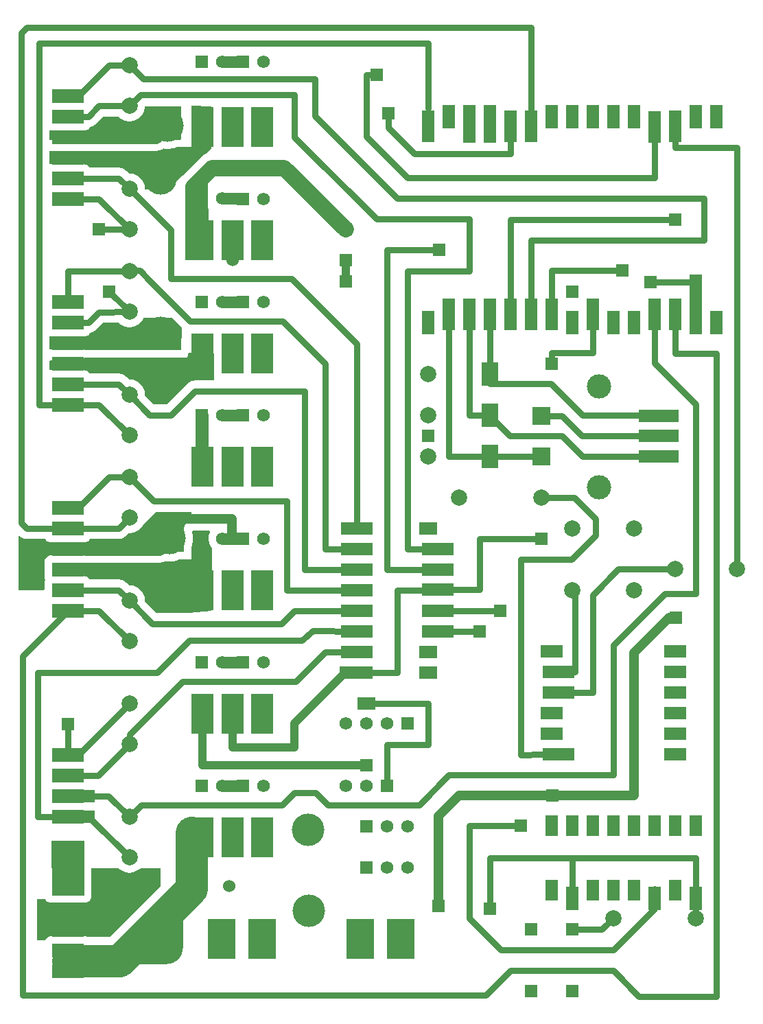
<source format=gtl>
G04 Layer: TopLayer*
G04 EasyEDA v6.5.22, 2022-11-10 15:31:46*
G04 b7be4e29126e4417a89479274d17f270,4d866ca34c7e4626bfa8f39187415ab3,10*
G04 Gerber Generator version 0.2*
G04 Scale: 100 percent, Rotated: No, Reflected: No *
G04 Dimensions in millimeters *
G04 leading zeros omitted , absolute positions ,4 integer and 5 decimal *
%FSLAX45Y45*%
%MOMM*%

%ADD10C,1.6000*%
%ADD11C,0.8000*%
%ADD12C,1.2000*%
%ADD13C,1.0000*%
%ADD14C,1.4000*%
%ADD15C,4.0000*%
%ADD16C,1.5000*%
%ADD17C,2.0000*%
%ADD18R,1.6000X3.0000*%
%ADD19R,4.0000X1.6000*%
%ADD20R,2.0000X3.0000*%
%ADD21R,1.6000X4.0000*%
%ADD22R,1.6000X2.5000*%
%ADD23R,2.2000X2.2000*%
%ADD24R,5.0000X1.5000*%
%ADD25C,3.0000*%
%ADD26R,1.5750X1.5750*%
%ADD27C,1.5750*%
%ADD28R,4.0000X1.7000*%
%ADD29R,1.6000X1.6000*%
%ADD30R,2.7000X5.0000*%
%ADD31R,2.8000X1.6000*%
%ADD32R,3.5000X5.0000*%
%ADD33R,2.2000X1.6000*%
%ADD34R,1.2000X1.6000*%
%ADD35R,1.2000X1.2000*%
%ADD36R,1.2000X1.4000*%
%ADD37C,1.5240*%
%ADD38R,1.5240X1.5240*%
%ADD39R,1.5000X1.5000*%
%ADD40R,0.0197X1.5000*%

%LPD*%
G36*
X-5168900Y3769004D02*
G01*
X-5172811Y3769766D01*
X-5176113Y3772001D01*
X-5178298Y3775252D01*
X-5179110Y3779164D01*
X-5179110Y3877157D01*
X-5178094Y3881526D01*
X-5175300Y3885082D01*
X-5171287Y3887063D01*
X-5165750Y3886860D01*
X-5152644Y3885946D01*
X-4753356Y3885946D01*
X-4740249Y3886860D01*
X-4727803Y3889552D01*
X-4715814Y3894023D01*
X-4704638Y3900170D01*
X-4694377Y3907790D01*
X-4685385Y3916832D01*
X-4677714Y3927043D01*
X-4676495Y3929278D01*
X-4673904Y3932377D01*
X-4670298Y3934206D01*
X-4658106Y3937558D01*
X-4654854Y3938676D01*
X-4644136Y3943146D01*
X-4640986Y3944670D01*
X-4627930Y3952138D01*
X-4618532Y3958945D01*
X-4615840Y3961129D01*
X-4607255Y3969004D01*
X-4517796Y4058513D01*
X-4514494Y4060698D01*
X-4510582Y4061510D01*
X-4333697Y4061510D01*
X-4329938Y4060799D01*
X-4326788Y4058767D01*
X-4312818Y4045813D01*
X-4297730Y4034434D01*
X-4281627Y4024579D01*
X-4264609Y4016349D01*
X-4246880Y4009898D01*
X-4228541Y4005224D01*
X-4209846Y4002430D01*
X-4191000Y4001465D01*
X-4172153Y4002430D01*
X-4153458Y4005224D01*
X-4135120Y4009898D01*
X-4117390Y4016349D01*
X-4100372Y4024579D01*
X-4084269Y4034434D01*
X-4069181Y4045813D01*
X-4055364Y4058665D01*
X-4042867Y4072839D01*
X-4031792Y4088180D01*
X-4022394Y4104538D01*
X-4014622Y4121759D01*
X-4008577Y4139641D01*
X-4004360Y4158081D01*
X-4002024Y4176826D01*
X-4001160Y4181348D01*
X-3998976Y4184548D01*
X-3995674Y4186682D01*
X-3991864Y4187444D01*
X-3566160Y4187444D01*
X-3562248Y4186682D01*
X-3558997Y4184446D01*
X-3556762Y4181144D01*
X-3556000Y4177284D01*
X-3556000Y3781958D01*
X-3556762Y3778097D01*
X-3558946Y3774795D01*
X-3562248Y3772560D01*
X-3566160Y3771798D01*
G37*

%LPD*%
G36*
X-3416757Y3730853D02*
G01*
X-3421227Y3730955D01*
X-3425240Y3732936D01*
X-3427984Y3736441D01*
X-3429000Y3740810D01*
X-3429000Y4180687D01*
X-3428187Y4184599D01*
X-3425951Y4187901D01*
X-3422599Y4190136D01*
X-3418687Y4190847D01*
X-3191459Y4187647D01*
X-3187446Y4186783D01*
X-3184144Y4184396D01*
X-3182010Y4180840D01*
X-3181502Y4176776D01*
X-3182620Y4172813D01*
X-3409797Y3736136D01*
X-3412693Y3732733D01*
G37*

%LPD*%
G36*
X-3991406Y3162300D02*
G01*
X-3995115Y3163011D01*
X-3998315Y3164992D01*
X-4000550Y3168040D01*
X-4001515Y3171698D01*
X-4002989Y3191459D01*
X-4006240Y3210052D01*
X-4011371Y3228238D01*
X-4018279Y3245815D01*
X-4026915Y3262629D01*
X-4037126Y3278479D01*
X-4048912Y3293262D01*
X-4062120Y3306775D01*
X-4076598Y3318916D01*
X-4092194Y3329584D01*
X-4108805Y3338626D01*
X-4126179Y3345942D01*
X-4144264Y3351529D01*
X-4162755Y3355238D01*
X-4181551Y3357118D01*
X-4192879Y3357118D01*
X-4196791Y3357930D01*
X-4200042Y3360115D01*
X-4229811Y3389884D01*
X-4238396Y3397758D01*
X-4241088Y3399942D01*
X-4250486Y3406749D01*
X-4263542Y3414217D01*
X-4266692Y3415741D01*
X-4277410Y3420211D01*
X-4280662Y3421329D01*
X-4291838Y3424478D01*
X-4295190Y3425240D01*
X-4306671Y3427069D01*
X-4310126Y3427425D01*
X-4321759Y3427933D01*
X-4669739Y3427933D01*
X-4672838Y3428441D01*
X-4675632Y3429812D01*
X-4677867Y3432048D01*
X-4685385Y3442055D01*
X-4694377Y3451047D01*
X-4704638Y3458718D01*
X-4715814Y3464814D01*
X-4727803Y3469284D01*
X-4740249Y3472027D01*
X-4753356Y3472942D01*
X-5152644Y3472942D01*
X-5165750Y3472027D01*
X-5171287Y3471824D01*
X-5175300Y3473805D01*
X-5178094Y3477310D01*
X-5179110Y3481730D01*
X-5179110Y3623157D01*
X-5178094Y3627577D01*
X-5175300Y3631082D01*
X-5171287Y3633063D01*
X-5165750Y3632860D01*
X-5152644Y3631946D01*
X-4753356Y3631946D01*
X-4740249Y3632860D01*
X-4727803Y3635603D01*
X-4725873Y3636314D01*
X-4722317Y3636924D01*
X-3864508Y3636924D01*
X-3855465Y3637178D01*
X-3846626Y3637889D01*
X-3837838Y3639007D01*
X-3829100Y3640632D01*
X-3820464Y3642715D01*
X-3811981Y3645255D01*
X-3803599Y3648201D01*
X-3795420Y3651605D01*
X-3787394Y3655415D01*
X-3779672Y3659632D01*
X-3774795Y3662679D01*
X-3771290Y3664102D01*
X-3767531Y3664102D01*
X-3762298Y3663137D01*
X-3738778Y3660698D01*
X-3715207Y3660241D01*
X-3691636Y3661664D01*
X-3668217Y3665067D01*
X-3645204Y3670300D01*
X-3622700Y3677412D01*
X-3612794Y3681476D01*
X-3608984Y3682237D01*
X-3187750Y3682949D01*
X-3183788Y3682187D01*
X-3180486Y3679901D01*
X-3178302Y3676548D01*
X-3177540Y3672636D01*
X-3178403Y3668725D01*
X-3180689Y3665423D01*
X-3248863Y3600450D01*
X-3251555Y3598621D01*
X-3264306Y3592576D01*
X-3280257Y3583025D01*
X-3295192Y3571951D01*
X-3309162Y3559251D01*
X-3537407Y3331006D01*
X-3550107Y3317036D01*
X-3560368Y3303422D01*
X-3705453Y3165094D01*
X-3708704Y3163011D01*
X-3712464Y3162300D01*
G37*

%LPD*%
G36*
X-3564636Y1181963D02*
G01*
X-4722774Y1182116D01*
X-4740249Y1186027D01*
X-4753356Y1186942D01*
X-5152644Y1186942D01*
X-5165750Y1186027D01*
X-5171287Y1185824D01*
X-5175300Y1187805D01*
X-5178094Y1191310D01*
X-5179110Y1195730D01*
X-5179110Y1337157D01*
X-5178094Y1341577D01*
X-5175300Y1345082D01*
X-5171287Y1347063D01*
X-5165750Y1346860D01*
X-5152644Y1345946D01*
X-4753356Y1345946D01*
X-4740249Y1346860D01*
X-4727803Y1349603D01*
X-4715814Y1354023D01*
X-4704638Y1360170D01*
X-4694377Y1367790D01*
X-4685385Y1376832D01*
X-4677714Y1387043D01*
X-4676495Y1389278D01*
X-4673904Y1392377D01*
X-4670298Y1394206D01*
X-4658106Y1397558D01*
X-4654854Y1398676D01*
X-4644136Y1403146D01*
X-4640986Y1404670D01*
X-4627930Y1412138D01*
X-4618532Y1418945D01*
X-4615840Y1421130D01*
X-4607255Y1429004D01*
X-4520793Y1515516D01*
X-4517542Y1517700D01*
X-4513681Y1518462D01*
X-4332325Y1520139D01*
X-4328566Y1519478D01*
X-4325315Y1517446D01*
X-4312818Y1505813D01*
X-4297730Y1494434D01*
X-4281627Y1484579D01*
X-4264609Y1476400D01*
X-4246880Y1469898D01*
X-4228541Y1465275D01*
X-4209846Y1462430D01*
X-4191000Y1461516D01*
X-4172153Y1462430D01*
X-4153458Y1465275D01*
X-4135120Y1469898D01*
X-4117390Y1476400D01*
X-4100372Y1484579D01*
X-4084269Y1494434D01*
X-4069181Y1505813D01*
X-4055364Y1518666D01*
X-4042867Y1532839D01*
X-4031792Y1548180D01*
X-4022394Y1564538D01*
X-4018838Y1572361D01*
X-4016603Y1575562D01*
X-4013301Y1577644D01*
X-4009491Y1578356D01*
X-3671620Y1575765D01*
X-3667760Y1575003D01*
X-3664508Y1572818D01*
X-3549904Y1458163D01*
X-3547618Y1454759D01*
X-3546906Y1450695D01*
X-3554476Y1191818D01*
X-3555339Y1188059D01*
X-3557524Y1184859D01*
X-3560826Y1182725D01*
G37*

%LPD*%
G36*
X-3882694Y506933D02*
G01*
X-3886606Y507746D01*
X-3889908Y509930D01*
X-3998772Y618794D01*
X-4001008Y622198D01*
X-4001719Y626211D01*
X-4001566Y632612D01*
X-4002989Y651459D01*
X-4006240Y670052D01*
X-4011371Y688238D01*
X-4018279Y705815D01*
X-4026915Y722630D01*
X-4037126Y738479D01*
X-4048912Y753262D01*
X-4062120Y766775D01*
X-4076598Y778916D01*
X-4092194Y789584D01*
X-4108805Y798626D01*
X-4126179Y805942D01*
X-4144264Y811530D01*
X-4162755Y815289D01*
X-4181551Y817168D01*
X-4192879Y817168D01*
X-4196791Y817930D01*
X-4200093Y820115D01*
X-4229811Y849884D01*
X-4238396Y857758D01*
X-4241088Y859942D01*
X-4250486Y866749D01*
X-4263542Y874217D01*
X-4266692Y875741D01*
X-4277410Y880211D01*
X-4280662Y881329D01*
X-4291838Y884478D01*
X-4295190Y885240D01*
X-4306671Y887069D01*
X-4310126Y887425D01*
X-4321759Y887933D01*
X-4669739Y887933D01*
X-4672838Y888441D01*
X-4675632Y889812D01*
X-4677867Y892048D01*
X-4685385Y902055D01*
X-4694377Y911047D01*
X-4704638Y918718D01*
X-4715814Y924814D01*
X-4727803Y929284D01*
X-4740249Y932027D01*
X-4753356Y932942D01*
X-5152644Y932942D01*
X-5165750Y932027D01*
X-5171287Y931824D01*
X-5175300Y933805D01*
X-5178094Y937310D01*
X-5179110Y941730D01*
X-5179110Y1039774D01*
X-5178298Y1043635D01*
X-5176113Y1046937D01*
X-5172811Y1049172D01*
X-5168950Y1049934D01*
X-3556304Y1049934D01*
X-3543452Y1050798D01*
X-3531006Y1053490D01*
X-3519017Y1057910D01*
X-3507790Y1064006D01*
X-3499205Y1070254D01*
X-3489960Y1079042D01*
X-3488486Y1080668D01*
X-3480815Y1090879D01*
X-3475583Y1100074D01*
X-3470808Y1111910D01*
X-3467760Y1124356D01*
X-3466846Y1133195D01*
X-3465829Y1136802D01*
X-3463594Y1139799D01*
X-3460445Y1141780D01*
X-3456736Y1142441D01*
X-3159760Y1143000D01*
X-3155899Y1142187D01*
X-3152597Y1140002D01*
X-3150362Y1136700D01*
X-3149600Y1132840D01*
X-3149600Y812749D01*
X-3150362Y808888D01*
X-3152546Y805586D01*
X-3155848Y803402D01*
X-3159760Y802589D01*
X-3387140Y802589D01*
X-3398774Y802081D01*
X-3402228Y801725D01*
X-3413658Y799896D01*
X-3417062Y799134D01*
X-3428237Y795985D01*
X-3431489Y794867D01*
X-3442208Y790397D01*
X-3445357Y788873D01*
X-3455466Y783234D01*
X-3458362Y781405D01*
X-3467760Y774598D01*
X-3470452Y772414D01*
X-3479088Y764540D01*
X-3733647Y509930D01*
X-3736949Y507746D01*
X-3740810Y506984D01*
G37*

%LPD*%
G36*
X-5551932Y-1781556D02*
G01*
X-5555792Y-1780793D01*
X-5559094Y-1778558D01*
X-5561330Y-1775307D01*
X-5562092Y-1771396D01*
X-5562092Y-1125474D01*
X-5561380Y-1121765D01*
X-5559298Y-1118514D01*
X-5556199Y-1116279D01*
X-5552490Y-1115364D01*
X-5548731Y-1115872D01*
X-5545378Y-1117701D01*
X-5541365Y-1121105D01*
X-5532018Y-1127861D01*
X-5529122Y-1129690D01*
X-5519013Y-1135329D01*
X-5515864Y-1136853D01*
X-5505145Y-1141323D01*
X-5501894Y-1142441D01*
X-5490718Y-1145590D01*
X-5487314Y-1146352D01*
X-5475884Y-1148181D01*
X-5472430Y-1148537D01*
X-5460796Y-1149045D01*
X-5236260Y-1149045D01*
X-5233162Y-1149553D01*
X-5230368Y-1150924D01*
X-5228132Y-1153160D01*
X-5220614Y-1163167D01*
X-5211572Y-1172159D01*
X-5201361Y-1179830D01*
X-5190185Y-1185976D01*
X-5178196Y-1190396D01*
X-5165750Y-1193139D01*
X-5152644Y-1194054D01*
X-4753356Y-1194054D01*
X-4740249Y-1193139D01*
X-4727803Y-1190396D01*
X-4715814Y-1185976D01*
X-4704638Y-1179830D01*
X-4694377Y-1172159D01*
X-4685385Y-1163167D01*
X-4677867Y-1153160D01*
X-4675632Y-1150924D01*
X-4672838Y-1149553D01*
X-4669739Y-1149045D01*
X-4321759Y-1149045D01*
X-4310126Y-1148537D01*
X-4306671Y-1148181D01*
X-4295190Y-1146352D01*
X-4291838Y-1145590D01*
X-4280662Y-1142441D01*
X-4277410Y-1141323D01*
X-4266692Y-1136853D01*
X-4263542Y-1135329D01*
X-4250486Y-1127861D01*
X-4241088Y-1121054D01*
X-4238396Y-1118870D01*
X-4229811Y-1110996D01*
X-4200245Y-1081379D01*
X-4196689Y-1079093D01*
X-4192524Y-1078433D01*
X-4172153Y-1077569D01*
X-4153458Y-1074724D01*
X-4135120Y-1070102D01*
X-4117390Y-1063599D01*
X-4100372Y-1055420D01*
X-4084269Y-1045565D01*
X-4069181Y-1034186D01*
X-4055364Y-1021334D01*
X-4042867Y-1007160D01*
X-4031792Y-991819D01*
X-4026408Y-982471D01*
X-4024833Y-980389D01*
X-3862730Y-818286D01*
X-3859428Y-816102D01*
X-3855516Y-815289D01*
X-3439160Y-815289D01*
X-3435248Y-816102D01*
X-3431997Y-818286D01*
X-3429762Y-821588D01*
X-3429000Y-825449D01*
X-3429000Y-920597D01*
X-3429711Y-924356D01*
X-3431743Y-927557D01*
X-3434791Y-929792D01*
X-3438448Y-930757D01*
X-3441750Y-930960D01*
X-3454196Y-933703D01*
X-3466185Y-938174D01*
X-3477361Y-944270D01*
X-3487572Y-951941D01*
X-3496614Y-960932D01*
X-3504285Y-971194D01*
X-3510381Y-982370D01*
X-3514851Y-994359D01*
X-3517595Y-1006805D01*
X-3518509Y-1019911D01*
X-3518509Y-1300886D01*
X-3519271Y-1304798D01*
X-3521506Y-1308049D01*
X-3524758Y-1310284D01*
X-3528669Y-1311046D01*
X-5079644Y-1311046D01*
X-5092750Y-1311960D01*
X-5105196Y-1314704D01*
X-5117185Y-1319174D01*
X-5128361Y-1325270D01*
X-5138572Y-1332941D01*
X-5147614Y-1341932D01*
X-5153304Y-1349603D01*
X-5156606Y-1352397D01*
X-5160721Y-1353616D01*
X-5165750Y-1353972D01*
X-5178196Y-1356715D01*
X-5190185Y-1361135D01*
X-5201361Y-1367282D01*
X-5211572Y-1374952D01*
X-5220614Y-1383944D01*
X-5228285Y-1394155D01*
X-5234381Y-1405382D01*
X-5238851Y-1417370D01*
X-5241544Y-1429816D01*
X-5242509Y-1442923D01*
X-5242509Y-1612188D01*
X-5241544Y-1625295D01*
X-5238851Y-1637741D01*
X-5234127Y-1650390D01*
X-5233517Y-1655165D01*
X-5234127Y-1658721D01*
X-5238851Y-1671370D01*
X-5241544Y-1683816D01*
X-5242509Y-1696923D01*
X-5242509Y-1771396D01*
X-5243271Y-1775307D01*
X-5245455Y-1778558D01*
X-5248757Y-1780793D01*
X-5252669Y-1781556D01*
G37*

%LPD*%
G36*
X-3848150Y-2067610D02*
G01*
X-3852062Y-2066798D01*
X-3855364Y-2064613D01*
X-3998722Y-1921205D01*
X-4001008Y-1917801D01*
X-4001719Y-1913788D01*
X-4001566Y-1907387D01*
X-4002989Y-1888540D01*
X-4006240Y-1869948D01*
X-4011371Y-1851761D01*
X-4018279Y-1834184D01*
X-4026865Y-1817370D01*
X-4037126Y-1801520D01*
X-4048912Y-1786737D01*
X-4062120Y-1773224D01*
X-4076598Y-1761083D01*
X-4092194Y-1750415D01*
X-4108754Y-1741373D01*
X-4126179Y-1734057D01*
X-4144213Y-1728470D01*
X-4162755Y-1724710D01*
X-4181551Y-1722831D01*
X-4192879Y-1722831D01*
X-4196791Y-1722069D01*
X-4200093Y-1719884D01*
X-4229811Y-1690116D01*
X-4238396Y-1682242D01*
X-4241088Y-1680057D01*
X-4250486Y-1673250D01*
X-4263542Y-1665782D01*
X-4266692Y-1664258D01*
X-4277410Y-1659788D01*
X-4280662Y-1658670D01*
X-4291838Y-1655521D01*
X-4295190Y-1654759D01*
X-4306671Y-1652930D01*
X-4310126Y-1652574D01*
X-4321759Y-1652066D01*
X-4669739Y-1652066D01*
X-4672838Y-1651558D01*
X-4675632Y-1650187D01*
X-4677867Y-1647952D01*
X-4685385Y-1637944D01*
X-4694377Y-1628952D01*
X-4704638Y-1621282D01*
X-4715814Y-1615135D01*
X-4727803Y-1610715D01*
X-4740249Y-1607972D01*
X-4753356Y-1607058D01*
X-5069840Y-1607058D01*
X-5073700Y-1606296D01*
X-5077002Y-1604060D01*
X-5079238Y-1600758D01*
X-5080000Y-1596898D01*
X-5080000Y-1458214D01*
X-5079238Y-1454353D01*
X-5077002Y-1451051D01*
X-5073700Y-1448816D01*
X-5069840Y-1448054D01*
X-4753356Y-1448054D01*
X-4740249Y-1447139D01*
X-4727803Y-1444396D01*
X-4725873Y-1443685D01*
X-4722317Y-1443075D01*
X-3826408Y-1443075D01*
X-3817365Y-1442821D01*
X-3808526Y-1442110D01*
X-3799738Y-1440992D01*
X-3791000Y-1439367D01*
X-3782364Y-1437284D01*
X-3773881Y-1434744D01*
X-3765550Y-1431798D01*
X-3755948Y-1427734D01*
X-3753104Y-1426972D01*
X-3750106Y-1427073D01*
X-3736898Y-1429562D01*
X-3713378Y-1431950D01*
X-3689756Y-1432458D01*
X-3666185Y-1430985D01*
X-3642817Y-1427632D01*
X-3619804Y-1422400D01*
X-3597300Y-1415237D01*
X-3575405Y-1406347D01*
X-3566210Y-1401673D01*
X-3563975Y-1400810D01*
X-3561587Y-1400556D01*
X-3430015Y-1400556D01*
X-3429000Y-1399540D01*
X-3429000Y-1257300D01*
X-3428339Y-1253642D01*
X-3421481Y-1235811D01*
X-3414826Y-1213154D01*
X-3410051Y-1190040D01*
X-3407156Y-1166571D01*
X-3406190Y-1143000D01*
X-3407156Y-1119378D01*
X-3410051Y-1095959D01*
X-3414826Y-1072845D01*
X-3417315Y-1064209D01*
X-3417722Y-1060500D01*
X-3416706Y-1056894D01*
X-3414471Y-1053896D01*
X-3411270Y-1051915D01*
X-3407613Y-1051204D01*
X-3204464Y-1051204D01*
X-3200400Y-1052068D01*
X-3196996Y-1054506D01*
X-3194862Y-1058113D01*
X-3194354Y-1062278D01*
X-3195624Y-1066292D01*
X-3199282Y-1072997D01*
X-3206292Y-1089456D01*
X-3211423Y-1106627D01*
X-3214776Y-1124204D01*
X-3216198Y-1142085D01*
X-3215690Y-1159967D01*
X-3213354Y-1177747D01*
X-3209086Y-1195120D01*
X-3202990Y-1211986D01*
X-3195167Y-1228090D01*
X-3185668Y-1243279D01*
X-3177184Y-1254099D01*
X-3175558Y-1257046D01*
X-3175000Y-1260348D01*
X-3175000Y-2026462D01*
X-3175660Y-2030069D01*
X-3177590Y-2033219D01*
X-3180486Y-2035505D01*
X-3184042Y-2036572D01*
X-3463899Y-2067610D01*
G37*

%LPD*%
G36*
X-5323840Y-6099556D02*
G01*
X-5327700Y-6098794D01*
X-5331002Y-6096558D01*
X-5333238Y-6093256D01*
X-5334000Y-6089396D01*
X-5334000Y-5601716D01*
X-5333238Y-5597804D01*
X-5331002Y-5594502D01*
X-5327700Y-5592318D01*
X-5323840Y-5591556D01*
X-5237784Y-5591556D01*
X-5234228Y-5592165D01*
X-5231130Y-5594045D01*
X-5220614Y-5608167D01*
X-5211572Y-5617159D01*
X-5201361Y-5624830D01*
X-5190185Y-5630926D01*
X-5178196Y-5635396D01*
X-5165750Y-5638139D01*
X-5152644Y-5639054D01*
X-5143195Y-5639409D01*
X-4750155Y-5639409D01*
X-4737049Y-5638444D01*
X-4724603Y-5635752D01*
X-4712614Y-5631281D01*
X-4701387Y-5625185D01*
X-4691176Y-5617514D01*
X-4682185Y-5608472D01*
X-4674514Y-5598261D01*
X-4668367Y-5587085D01*
X-4663948Y-5575096D01*
X-4661204Y-5562600D01*
X-4660290Y-5549544D01*
X-4660290Y-5220716D01*
X-4659528Y-5216804D01*
X-4657293Y-5213502D01*
X-4653991Y-5211318D01*
X-4650130Y-5210556D01*
X-4332325Y-5210556D01*
X-4328363Y-5211368D01*
X-4325061Y-5213604D01*
X-4319879Y-5218887D01*
X-4305401Y-5231028D01*
X-4289806Y-5241696D01*
X-4273194Y-5250738D01*
X-4255820Y-5258054D01*
X-4237736Y-5263642D01*
X-4219244Y-5267350D01*
X-4200448Y-5269230D01*
X-4181551Y-5269230D01*
X-4162755Y-5267350D01*
X-4144264Y-5263642D01*
X-4126179Y-5258054D01*
X-4108805Y-5250738D01*
X-4092194Y-5241696D01*
X-4076598Y-5231028D01*
X-4062120Y-5218887D01*
X-4056938Y-5213604D01*
X-4053636Y-5211368D01*
X-4049674Y-5210556D01*
X-3820160Y-5210556D01*
X-3816248Y-5211318D01*
X-3812997Y-5213502D01*
X-3810762Y-5216804D01*
X-3810000Y-5220716D01*
X-3810000Y-5431891D01*
X-3810762Y-5435803D01*
X-3812997Y-5439105D01*
X-4434941Y-6061049D01*
X-4438243Y-6063284D01*
X-4442155Y-6064046D01*
X-4706112Y-6064046D01*
X-4708601Y-6063742D01*
X-4710988Y-6062776D01*
X-4715814Y-6060135D01*
X-4727803Y-6055664D01*
X-4740249Y-6052972D01*
X-4753356Y-6052058D01*
X-5152644Y-6052058D01*
X-5165750Y-6052972D01*
X-5178196Y-6055664D01*
X-5190185Y-6060135D01*
X-5201361Y-6066282D01*
X-5211572Y-6073902D01*
X-5220614Y-6082944D01*
X-5231130Y-6097066D01*
X-5234228Y-6098895D01*
X-5237784Y-6099556D01*
G37*

%LPD*%
G36*
X-3525113Y-5848350D02*
G01*
X-3790035Y-5850128D01*
X-3728313Y-5911850D01*
X-3728313Y-6216650D01*
X-3525113Y-6191250D01*
G37*
G36*
X-4025900Y-6070600D02*
G01*
X-4222750Y-6267450D01*
X-4089400Y-6400800D01*
X-3733800Y-6400800D01*
G37*
G36*
X-3505200Y2552700D02*
G01*
X-3505200Y2286000D01*
X-3378200Y2286000D01*
X-3289300Y2536444D01*
X-3488944Y2536444D01*
G37*
G36*
X-5156200Y-4876800D02*
G01*
X-5143500Y-5549900D01*
X-4749800Y-5549900D01*
X-4749800Y-4876800D01*
G37*
D10*
X-3809994Y1393444D02*
G01*
X-3936994Y1266444D01*
X-4734328Y1266444D01*
X-3302000Y377444D02*
G01*
X-3302000Y-257555D01*
X-3289300Y-257555D01*
D11*
X997341Y-4064000D02*
G01*
X1778000Y-4064000D01*
X1778000Y-2463800D01*
X2413000Y-1828800D01*
X2794000Y-1828800D01*
X2794000Y508000D01*
X2286000Y1016000D01*
X2286000Y1520444D01*
D12*
X1024105Y-4317992D02*
G01*
X-127002Y-4317992D01*
X-381000Y-4571989D01*
X-381000Y-5676889D01*
D11*
X2286000Y-5464553D02*
G01*
X2286000Y-5715000D01*
X1778000Y-6223000D01*
X393712Y-6223000D01*
X0Y-5829287D01*
X0Y-4686300D01*
X635000Y-4686300D01*
X1270000Y-5083553D02*
G01*
X254000Y-5083553D01*
X254000Y-5715000D01*
X2540000Y-1524000D02*
G01*
X1841500Y-1524000D01*
X1524000Y-1841500D01*
X1524000Y-3048000D01*
X1016000Y-3048000D01*
X1016000Y-2794000D02*
G01*
X1308100Y-2794000D01*
X1308100Y-1819655D01*
X1270000Y-1781555D01*
X899998Y-3809992D02*
G01*
X635000Y-3813555D01*
X635000Y-1400555D01*
X1266444Y-1400555D01*
X1562100Y-1104900D01*
X1562100Y-901700D01*
X1298955Y-638555D01*
X889000Y-638555D01*
D12*
X-2931160Y-1146555D02*
G01*
X-2931160Y-901700D01*
X-3848100Y-901700D01*
X-3975100Y-1028700D01*
D11*
X-4191000Y-388112D02*
G01*
X-4187444Y-388112D01*
X-3889755Y-685800D01*
X-2247900Y-685800D01*
X-2247900Y-1781555D01*
X-1388871Y-1781555D01*
X-4699000Y-4575555D02*
G01*
X-5321300Y-4575555D01*
X-5321300Y-2797555D01*
X-3848100Y-2797555D01*
X-3450844Y-2400300D01*
X-2060447Y-2400300D01*
X-1930394Y-2285994D01*
X-1389126Y-2289555D01*
X-4953000Y504444D02*
G01*
X-5308600Y504444D01*
X-5308600Y4965700D01*
X-508000Y4965700D01*
X-508000Y4162044D01*
X-4953000Y-1019555D02*
G01*
X-5461000Y-1019555D01*
X-5524500Y-956055D01*
X-5524500Y5089144D01*
X-5457444Y5156200D01*
X762000Y5156200D01*
X762000Y4060444D01*
X-4191000Y4691887D02*
G01*
X-4020312Y4521200D01*
X-1905000Y4521200D01*
X-1905000Y4445000D01*
X-4191000Y3167887D02*
G01*
X-3683000Y2659887D01*
X-3683000Y2057400D01*
X-2187955Y2057400D01*
X-1389126Y1258570D01*
X-1389126Y-1019555D01*
X-4191000Y627887D02*
G01*
X-3940555Y377444D01*
X-3683000Y377444D01*
X-3387344Y673100D01*
X-2032000Y673100D01*
X-2032000Y-1527555D01*
X-1389126Y-1527555D01*
X-4191000Y-3683000D02*
G01*
X-4191000Y-3559555D01*
X-3539744Y-2908300D01*
X-2142744Y-2908300D01*
X-1778000Y-2543555D01*
X-1388871Y-2543555D01*
D13*
X-1388871Y-2797555D02*
G01*
X-1392681Y-2794000D01*
X-1524000Y-2794000D01*
X-2159000Y-3429000D01*
X-2159000Y-3721100D01*
X-2921000Y-3721100D01*
X-2921000Y-3305555D01*
X-1523994Y2028441D02*
G01*
X-1523997Y2285994D01*
D11*
X-4191000Y-1912112D02*
G01*
X-3906012Y-2197100D01*
X-2320544Y-2197100D01*
X-2159000Y-2035555D01*
X-1389126Y-2035555D01*
X-1016000Y-4194555D02*
G01*
X-1016000Y-3686555D01*
X-508000Y-3686555D01*
X-508000Y-3178555D01*
X-1270000Y-3178555D01*
X2339086Y-130555D02*
G01*
X1397000Y-130555D01*
X1143000Y123444D01*
X498855Y123444D01*
X244855Y377444D01*
X0Y377444D01*
X0Y1647444D01*
X254000Y1520444D02*
G01*
X254000Y762000D01*
X1012444Y762000D01*
X1397000Y377444D01*
X2339086Y377444D01*
D14*
X-3047974Y4737100D02*
G01*
X-2794000Y4737100D01*
X-3048000Y3048000D02*
G01*
X-2797553Y3048000D01*
X-2793994Y3044441D01*
X-3047994Y377441D02*
G01*
X-2793994Y377441D01*
X-3047994Y-1146558D02*
G01*
X-2793994Y-1146558D01*
X-3047994Y-4194558D02*
G01*
X-2793994Y-4194558D01*
D11*
X1778000Y-5829300D02*
G01*
X1638330Y-5968969D01*
X1269987Y-5968969D01*
X2286000Y4060444D02*
G01*
X2286000Y3302000D01*
X-762000Y3302000D01*
X-1270000Y3810000D01*
X-1270000Y4572000D01*
X-1143000Y4572000D01*
X508000Y4060444D02*
G01*
X508000Y3599942D01*
X-678942Y3599942D01*
X-999997Y3920997D01*
X-999997Y4100068D01*
D10*
X-3809994Y3298444D02*
G01*
X-4063994Y3552444D01*
X-4734173Y3552598D01*
X-3809994Y-1781555D02*
G01*
X-4063994Y-1527555D01*
X-4734328Y-1527555D01*
X-3695700Y-1143000D02*
G01*
X-3826253Y-1273553D01*
X-4734328Y-1273553D01*
X-3289294Y1139492D02*
G01*
X-3416343Y1012444D01*
X-4734476Y1012598D01*
X-3809994Y758444D02*
G01*
X-4063994Y1012444D01*
X-3416343Y1012444D01*
X-3289294Y1139492D01*
X-4952994Y3806446D02*
G01*
X-3864353Y3806446D01*
X-3721100Y3949700D01*
D11*
X-4190994Y2666997D02*
G01*
X-4571994Y2666997D01*
X1015982Y1621947D02*
G01*
X1015982Y2159000D01*
X1892300Y2159000D01*
X507982Y1621944D02*
G01*
X507982Y2790436D01*
X2539987Y2790436D01*
X-368300Y2413000D02*
G01*
X-1016005Y2413000D01*
X-1016005Y-1527553D01*
X-508005Y-1527553D01*
X-4952994Y4314444D02*
G01*
X-4825987Y4314444D01*
X-4444994Y4695431D01*
X-4194535Y4695431D01*
X-4190994Y4691890D01*
X380994Y-2035555D02*
G01*
X-388993Y-2035555D01*
X-388993Y-2289555D02*
G01*
X126994Y-2289550D01*
X-4952994Y-4575555D02*
G01*
X-4695441Y-4575555D01*
X-4190994Y-5080002D01*
X-4952994Y-4321555D02*
G01*
X-4448545Y-4321555D01*
X-4190994Y-4579109D01*
X-4952994Y-3813555D02*
G01*
X-4822441Y-3813555D01*
X-4190994Y-3182109D01*
X-4952994Y-2035555D02*
G01*
X-4568441Y-2035555D01*
X-4190994Y-2413002D01*
X-4952994Y-1781555D02*
G01*
X-4321545Y-1781555D01*
X-4190994Y-1912109D01*
X-4952994Y-1019555D02*
G01*
X-4321545Y-1019555D01*
X-4190994Y-889002D01*
X-4952994Y-765555D02*
G01*
X-4825994Y-765555D01*
X-4444994Y-384555D01*
X-4194545Y-384555D01*
X-4190994Y-388109D01*
X-4952994Y758444D02*
G01*
X-4321545Y758444D01*
X-4190994Y627890D01*
X-4952994Y504444D02*
G01*
X-4568441Y504444D01*
X-4190994Y126997D01*
X-4952994Y3298444D02*
G01*
X-4321545Y3298444D01*
X-4190994Y3167890D01*
X-4190994Y1650997D02*
G01*
X-4441441Y1901444D01*
X-4444994Y1901444D01*
X-4952994Y-4575555D02*
G01*
X-4698994Y-4575555D01*
X-4952994Y1774444D02*
G01*
X-4952994Y2155436D01*
X-4444994Y2155436D01*
X-4194545Y2155436D01*
X-4190994Y2151890D01*
X-1388993Y-2797555D02*
G01*
X-889005Y-2797555D01*
X-889005Y-1781555D01*
X-491995Y-1781555D01*
X-4952994Y1520444D02*
G01*
X-4698994Y1520444D01*
X-4571994Y1647444D01*
X-4190994Y1650997D01*
D15*
X-4190994Y-6226533D02*
G01*
X-4318012Y-6353550D01*
X-4952994Y-6353550D01*
D11*
X-4952994Y3044444D02*
G01*
X-4568441Y3044444D01*
X-4190994Y2666997D01*
X-4952994Y4060444D02*
G01*
X-4698994Y4060444D01*
X-4568441Y4190997D01*
X-4190994Y4190997D01*
X-4952994Y-4067555D02*
G01*
X-4575545Y-4067555D01*
X-4190994Y-3683002D01*
X-4952994Y-3813555D02*
G01*
X-4952994Y-3432550D01*
X1524000Y1520444D02*
G01*
X1524000Y1143000D01*
X1016000Y1143000D01*
X1016000Y1012444D01*
X-508000Y-1273555D02*
G01*
X-762000Y-1273555D01*
X-762000Y2155444D01*
X0Y2155444D01*
X0Y2794000D01*
X-1143000Y2794000D01*
X-2155444Y3806444D01*
X-2155444Y4330700D01*
X-4051300Y4330700D01*
X-4191000Y4191000D01*
D16*
X-25Y4060342D02*
G01*
X0Y4060317D01*
X0Y3810000D01*
X254000Y4060317D02*
G01*
X254000Y3810000D01*
D11*
X-1905000Y4445000D02*
G01*
X-1905000Y4064000D01*
X-889000Y3048000D01*
X2895600Y3048000D01*
X2895600Y2536444D01*
X762000Y2536444D01*
X762000Y1622044D01*
X-4191000Y-4579112D02*
G01*
X-4044187Y-4432300D01*
X-2311400Y-4432300D01*
X-2159000Y-4279900D01*
X-1892300Y-4279900D01*
X-1739900Y-4432300D01*
X-618744Y-4432300D01*
X-250444Y-4064000D01*
X997341Y-4064000D01*
D15*
X-3428992Y-4775189D02*
G01*
X-3428994Y-5464533D01*
X-4190994Y-6226533D01*
D11*
X-1389126Y-1273555D02*
G01*
X-1778000Y-1273555D01*
X-1778000Y1012444D01*
X-2302255Y1536700D01*
X-3445255Y1536700D01*
X-3937000Y2028444D01*
X-4063992Y2158994D01*
X-4187444Y2155444D01*
X-4191000Y2151887D01*
X2794000Y-5829300D02*
G01*
X2794000Y-5083555D01*
X1270000Y-5083555D01*
X1270000Y-5480557D01*
D10*
X-3289292Y2552694D02*
G01*
X-3301992Y2565394D01*
X-3305700Y3294379D01*
D17*
X-3302000Y2536444D02*
G01*
X-3403600Y2536444D01*
X-3403600Y3196844D01*
X-3175000Y3425444D01*
X-2282444Y3425444D01*
X-1524000Y2667000D01*
D11*
X2540000Y4060444D02*
G01*
X2540000Y3679444D01*
X3302000Y3679444D01*
X3302000Y-1524000D01*
X-4953000Y-2035555D02*
G01*
X-5511800Y-2594355D01*
X-5511800Y-6781800D01*
X203200Y-6781800D01*
X508000Y-6477000D01*
X1778000Y-6477000D01*
X2095500Y-6794500D01*
X3048000Y-6794500D01*
X3048000Y1139444D01*
X2543556Y1139444D01*
X2540000Y1143000D01*
X2540000Y1520444D01*
D14*
X-3047994Y1774441D02*
G01*
X-2793994Y1774441D01*
D11*
X-253994Y1520444D02*
G01*
X-253994Y-130555D01*
X889005Y-130555D01*
D13*
X-3289294Y-3305555D02*
G01*
X-3289294Y-3940555D01*
X-1269994Y-3940555D01*
X-1270005Y-3958336D01*
D14*
X-3047994Y-2670558D02*
G01*
X-2793994Y-2670558D01*
D16*
X2793974Y1520342D02*
G01*
X2793974Y2031974D01*
X2794000Y2032000D01*
D11*
X2235200Y2019300D02*
G01*
X2781300Y2019300D01*
X2794000Y2032000D01*
X-1389019Y-2797555D02*
G01*
X-1523994Y-2797555D01*
X-388873Y-1778507D02*
G01*
X127000Y-1778507D01*
X127000Y-1616963D01*
X127000Y-1146555D01*
X889000Y-1146555D01*
X889005Y369443D02*
G01*
X1142994Y369443D01*
X1392976Y119456D01*
X2338981Y119456D01*
D12*
X2552694Y-2120894D02*
G01*
X2463794Y-2120894D01*
X2031994Y-2552694D01*
X2031994Y-4317992D01*
X1024105Y-4317992D01*
D18*
G01*
X2794000Y-5583554D03*
G01*
X2286000Y-5583554D03*
G01*
X1270000Y-5583554D03*
D19*
G01*
X1099997Y-3810000D03*
G01*
X1099997Y-3048000D03*
G01*
X1099997Y-2794000D03*
G01*
X-1388998Y-1019555D03*
G01*
X-1388998Y-1273555D03*
G01*
X-1388998Y-1527555D03*
G01*
X-1388998Y-1781555D03*
G01*
X-1388998Y-2035555D03*
G01*
X-1388998Y-2289555D03*
G01*
X-1388998Y-2543555D03*
G01*
X-1388998Y-2797555D03*
G01*
X-389001Y-1778558D03*
G01*
X-389001Y-2289555D03*
G01*
X-389001Y-2035555D03*
G01*
X-389001Y-1527555D03*
G01*
X-389001Y-1273555D03*
D20*
G01*
X254000Y-130555D03*
G01*
X254000Y377444D03*
G01*
X254000Y885444D03*
D21*
G01*
X2539974Y3940352D03*
G01*
X507974Y3940352D03*
G01*
X-508025Y3940352D03*
G01*
X2539974Y1621942D03*
G01*
X2285974Y1621942D03*
G01*
X1015974Y1621942D03*
G01*
X761974Y1621942D03*
G01*
X507974Y1621942D03*
G01*
X253974Y1621942D03*
G01*
X-25Y1621942D03*
G01*
X-254025Y1621942D03*
G01*
X761974Y3940352D03*
G01*
X1523974Y1621942D03*
G01*
X2285974Y3933342D03*
D15*
G01*
X-1981200Y-5737199D03*
G01*
X-1983206Y-4735195D03*
D22*
G01*
X2794000Y-4686554D03*
G01*
X2540000Y-4686554D03*
G01*
X1270000Y-4686554D03*
G01*
X1016000Y-4686554D03*
G01*
X2286000Y-4686554D03*
G01*
X2032000Y-4686554D03*
G01*
X1524000Y-4686554D03*
G01*
X1778000Y-4686554D03*
G01*
X1016000Y-5480557D03*
G01*
X1524000Y-5480557D03*
G01*
X1778000Y-5480557D03*
G01*
X2032000Y-5480557D03*
G01*
X2540000Y-5480557D03*
D23*
G01*
X889000Y-130555D03*
G01*
X889000Y369443D03*
D24*
G01*
X2338984Y-130555D03*
G01*
X2338984Y119456D03*
G01*
X2338984Y369443D03*
D25*
G01*
X1600200Y-511555D03*
G01*
X1600174Y733044D03*
D17*
G01*
X-127000Y-638555D03*
G01*
X889000Y-638555D03*
D26*
G01*
X-3301974Y4737100D03*
D27*
G01*
X-3047974Y4737100D03*
D26*
G01*
X-3302000Y1774444D03*
D27*
G01*
X-3048000Y1774444D03*
D26*
G01*
X-3302000Y-1146555D03*
D27*
G01*
X-3048000Y-1146555D03*
D26*
G01*
X-3302000Y-4194555D03*
D27*
G01*
X-3048000Y-4194555D03*
D26*
G01*
X-3301974Y3048000D03*
D27*
G01*
X-3048000Y3048000D03*
D26*
G01*
X-3302000Y-2670555D03*
D27*
G01*
X-3048000Y-2670555D03*
D26*
G01*
X-3302000Y377444D03*
D27*
G01*
X-3048000Y377444D03*
D26*
G01*
X-2794000Y4737100D03*
D27*
G01*
X-2540000Y4737100D03*
D26*
G01*
X-2794000Y1774444D03*
D27*
G01*
X-2540000Y1774444D03*
D26*
G01*
X-2794000Y-1146555D03*
D27*
G01*
X-2540000Y-1146555D03*
D26*
G01*
X-2794000Y-4194555D03*
D27*
G01*
X-2540000Y-4194555D03*
D26*
G01*
X-2794000Y3044444D03*
D27*
G01*
X-2540000Y3044444D03*
D26*
G01*
X-2794000Y-2670555D03*
D27*
G01*
X-2540000Y-2670555D03*
D26*
G01*
X-2794000Y377444D03*
D27*
G01*
X-2540000Y377444D03*
D28*
G01*
X-4953000Y3044444D03*
G01*
X-4953000Y3298444D03*
G01*
X-4953000Y3552444D03*
G01*
X-4953000Y3806444D03*
G01*
X-4953000Y4060444D03*
G01*
X-4953000Y4314444D03*
G01*
X-4953000Y504444D03*
G01*
X-4953000Y758444D03*
G01*
X-4953000Y1012444D03*
G01*
X-4953000Y1266444D03*
G01*
X-4953000Y1520444D03*
G01*
X-4953000Y1774444D03*
G01*
X-4953000Y-2035555D03*
G01*
X-4953000Y-1781555D03*
G01*
X-4953000Y-1527555D03*
G01*
X-4953000Y-1273555D03*
G01*
X-4953000Y-1019555D03*
G01*
X-4953000Y-765555D03*
G01*
X-4953000Y-5210555D03*
G01*
X-4953000Y-5464555D03*
G01*
X-4953000Y-5718555D03*
G01*
X-4953000Y-5972555D03*
G01*
X-4953000Y-6226555D03*
G01*
X-4953000Y-6480555D03*
G01*
X-4953000Y-4575555D03*
G01*
X-4953000Y-4321555D03*
G01*
X-4953000Y-4067555D03*
G01*
X-4953000Y-3813555D03*
D26*
G01*
X-762000Y-3429000D03*
D27*
G01*
X-1015974Y-3429000D03*
G01*
X-1269974Y-3429000D03*
G01*
X-1523974Y-3429000D03*
G01*
X-1524000Y-4194555D03*
G01*
X-1270000Y-4194555D03*
D26*
G01*
X-1016000Y-4194555D03*
D27*
G01*
X-761974Y-5207000D03*
G01*
X-1015974Y-5207000D03*
D26*
G01*
X-1270000Y-5207000D03*
D27*
G01*
X-761974Y-4699000D03*
G01*
X-1015974Y-4699000D03*
D26*
G01*
X-1270000Y-4699000D03*
D29*
G01*
X761974Y-6730974D03*
G01*
X1269974Y-6730974D03*
G01*
X1269974Y-5968974D03*
G01*
X761974Y-5968974D03*
D30*
G01*
X-2552700Y3933469D03*
G01*
X-3289300Y3933469D03*
G01*
X-2921000Y3933469D03*
G01*
X-2552700Y1139494D03*
G01*
X-3289300Y1139494D03*
G01*
X-2921000Y1139494D03*
G01*
X-2552700Y-1781555D03*
G01*
X-3289300Y-1781555D03*
G01*
X-2921000Y-1781555D03*
G01*
X-2552700Y-4829555D03*
G01*
X-3289300Y-4829555D03*
G01*
X-2921000Y-4829555D03*
G01*
X-2552700Y2536444D03*
G01*
X-3289300Y2536444D03*
G01*
X-2921000Y2536444D03*
G01*
X-2552700Y-3305555D03*
G01*
X-3289300Y-3305555D03*
G01*
X-2921000Y-3305555D03*
G01*
X-2552700Y-257606D03*
G01*
X-3289300Y-257606D03*
G01*
X-2921000Y-257606D03*
D17*
G01*
X1270000Y-1781555D03*
G01*
X1270000Y-1019555D03*
G01*
X2032000Y-1781555D03*
G01*
X2032000Y-1019555D03*
G01*
X2540000Y-1524000D03*
G01*
X3302000Y-1524000D03*
D31*
G01*
X2540000Y-3810000D03*
G01*
X2540000Y-3556000D03*
G01*
X2540000Y-3302000D03*
G01*
X2540000Y-3048000D03*
G01*
X2540000Y-2794000D03*
G01*
X2540000Y-2540000D03*
G01*
X1016000Y-2540000D03*
G01*
X1016000Y-3302000D03*
G01*
X1016000Y-3556000D03*
D17*
G01*
X-4191000Y4691887D03*
G01*
X-4191000Y4191000D03*
G01*
X-4191000Y2151887D03*
G01*
X-4191000Y1651000D03*
G01*
X-4191000Y-388112D03*
G01*
X-4191000Y-889000D03*
G01*
X-4191000Y-5080000D03*
G01*
X-4191000Y-4579112D03*
G01*
X-4191000Y3167887D03*
G01*
X-4191000Y2667000D03*
G01*
X-4191000Y627887D03*
G01*
X-4191000Y127000D03*
G01*
X-4191000Y-1912112D03*
G01*
X-4191000Y-2413000D03*
G01*
X-4191000Y-3683000D03*
G01*
X-4191000Y-3182112D03*
D32*
G01*
X-1342644Y-6083274D03*
G01*
X-841755Y-6083274D03*
G01*
X-2556255Y-6083300D03*
G01*
X-3057144Y-6083300D03*
D33*
G01*
X-508000Y-2797555D03*
G01*
X-508000Y-2543555D03*
G01*
X-508000Y-1019555D03*
D17*
G01*
X2794000Y-5829300D03*
G01*
X1778000Y-5829300D03*
G01*
X-508000Y-130555D03*
G01*
X-508000Y377444D03*
G01*
X-508000Y885444D03*
D18*
G01*
X3047974Y4060342D03*
G01*
X2793974Y4060342D03*
G01*
X2031974Y4060342D03*
G01*
X1777974Y4060342D03*
G01*
X1523974Y4060342D03*
G01*
X1269974Y4060342D03*
G01*
X1015974Y4060342D03*
G01*
X253974Y4060342D03*
G01*
X-25Y4060342D03*
G01*
X-254025Y4060342D03*
G01*
X3047974Y1520342D03*
G01*
X2793974Y1520342D03*
G01*
X2031974Y1520342D03*
G01*
X1777974Y1520342D03*
G01*
X1269974Y1520342D03*
G01*
X-508025Y1520342D03*
D29*
G01*
X-1270000Y-3940555D03*
G01*
X-1524000Y2666974D03*
G01*
X-4445000Y1901444D03*
G01*
X1270000Y1901444D03*
G01*
X126974Y-2289555D03*
G01*
X-999997Y4099991D03*
G01*
X-3302000Y130632D03*
G01*
X-508000Y123444D03*
G01*
X254000Y-5714974D03*
G01*
X-1524000Y-2797555D03*
G01*
X635000Y-4686300D03*
G01*
X-368300Y2413000D03*
G01*
X381000Y-2035555D03*
D33*
G01*
X-1270000Y-3178555D03*
D29*
G01*
X2540000Y2790444D03*
G01*
X1892300Y2158974D03*
G01*
X1016000Y1012444D03*
G01*
X-4445000Y3933418D03*
G01*
X-4445000Y1393444D03*
D34*
G01*
X-5461000Y-1654555D03*
G01*
X-5461000Y-1273555D03*
D35*
G01*
X-4064000Y-1273555D03*
D34*
G01*
X-4064000Y-5464530D03*
G01*
X-4572000Y-5845530D03*
G01*
X-5207000Y-5845530D03*
D29*
G01*
X889000Y-1146555D03*
D15*
G01*
X-3721100Y3949700D03*
G01*
X-3810000Y3298444D03*
G01*
X-3810000Y1393444D03*
G01*
X-3810000Y758444D03*
G01*
X-3695700Y-1143000D03*
G01*
X-3810000Y-1781555D03*
G01*
X-3733800Y-6197600D03*
G01*
X-4445000Y-5464555D03*
D34*
G01*
X-5080000Y-4956530D03*
G01*
X-4191000Y-6226530D03*
D36*
G01*
X-4064000Y3425444D03*
D29*
G01*
X-4699000Y-4321555D03*
G01*
X-4699000Y-4575555D03*
G01*
X-4953000Y-3432555D03*
G01*
X2235174Y2019274D03*
G01*
X-1524000Y2028444D03*
G01*
X2793974Y2031974D03*
G01*
X-4572000Y2667000D03*
D37*
G01*
X-2921000Y2286000D03*
D38*
G01*
X-1524000Y2286000D03*
D29*
G01*
X-1143000Y4572000D03*
D39*
G01*
X0Y3810000D03*
G01*
X254000Y3810000D03*
D29*
G01*
X-4114800Y901700D03*
G01*
X-3505200Y-1892300D03*
G01*
X2552700Y-2120900D03*
G01*
X1024102Y-4318000D03*
G01*
X-381000Y-5676900D03*
D37*
G01*
X-2959100Y-5435600D03*
M02*

</source>
